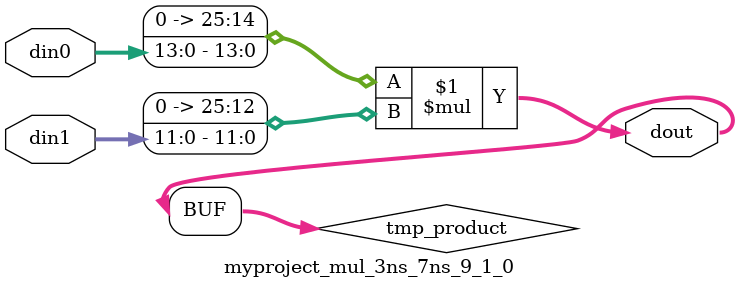
<source format=v>

`timescale 1 ns / 1 ps

  module myproject_mul_3ns_7ns_9_1_0(din0, din1, dout);
parameter ID = 1;
parameter NUM_STAGE = 0;
parameter din0_WIDTH = 14;
parameter din1_WIDTH = 12;
parameter dout_WIDTH = 26;

input [din0_WIDTH - 1 : 0] din0; 
input [din1_WIDTH - 1 : 0] din1; 
output [dout_WIDTH - 1 : 0] dout;

wire signed [dout_WIDTH - 1 : 0] tmp_product;










assign tmp_product = $signed({1'b0, din0}) * $signed({1'b0, din1});











assign dout = tmp_product;







endmodule

</source>
